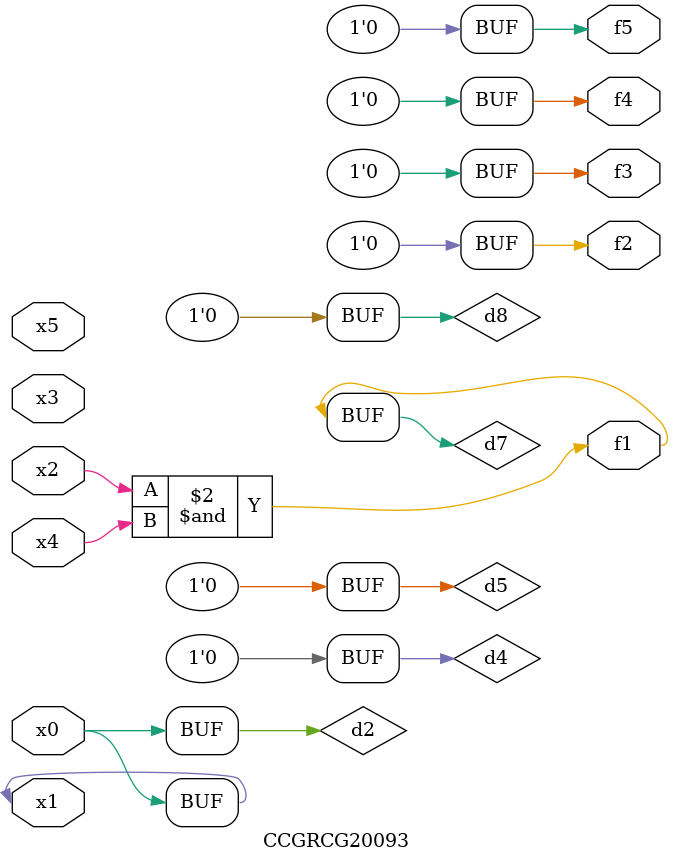
<source format=v>
module CCGRCG20093(
	input x0, x1, x2, x3, x4, x5,
	output f1, f2, f3, f4, f5
);

	wire d1, d2, d3, d4, d5, d6, d7, d8, d9;

	nand (d1, x1);
	buf (d2, x0, x1);
	nand (d3, x2, x4);
	and (d4, d1, d2);
	and (d5, d1, d2);
	nand (d6, d1, d3);
	not (d7, d3);
	xor (d8, d5);
	nor (d9, d5, d6);
	assign f1 = d7;
	assign f2 = d8;
	assign f3 = d8;
	assign f4 = d8;
	assign f5 = d8;
endmodule

</source>
